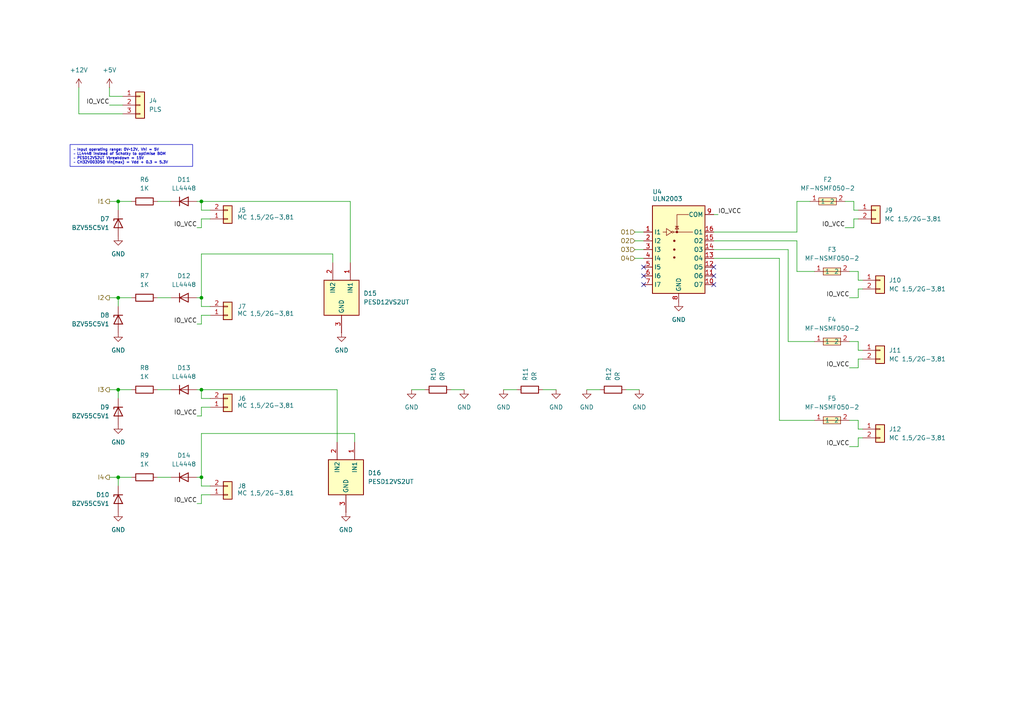
<source format=kicad_sch>
(kicad_sch (version 20250114) (generator "eeschema") (generator_version "9.0")
  (paper "A4")
  (title_block (title "LAM-MEW-G3") (date "2025-03-29") (rev "A") (company "B4CKSP4CE") (comment 1 "@heyflo") (comment 2 "CERN-OHL-S"))
  (lib_symbols
    (symbol "Connector_Generic:Conn_01x02" (pin_names (offset 1.016) (hide yes))
      (property "Reference" "J" (at 0 2.54 0))
      (property "Value" "Conn_01x02" (at 0 -5.08 0))
      (symbol "Conn_01x02_1_1"
        (rectangle (start -1.27 1.27) (end 1.27 -3.81) (stroke (width 0.254)) (fill (type background)))
        (rectangle (start -1.27 0.127) (end 0 -0.127) (stroke (width 0.1524)))
        (rectangle (start -1.27 -2.413) (end 0 -2.667) (stroke (width 0.1524)))
        (pin passive line (at -5.08 0 0) (length 3.81) (name "Pin_1") (number "1"))
        (pin passive line (at -5.08 -2.54 0) (length 3.81) (name "Pin_2") (number "2"))
      )
    )
    (symbol "Connector_Generic:Conn_01x03" (pin_names (offset 1.016) (hide yes))
      (property "Reference" "J" (at 0 5.08 0))
      (property "Value" "Conn_01x03" (at 0 -5.08 0))
      (symbol "Conn_01x03_1_1"
        (rectangle (start -1.27 3.81) (end 1.27 -3.81) (stroke (width 0.254)) (fill (type background)))
        (rectangle (start -1.27 2.667) (end 0 2.413) (stroke (width 0.1524)))
        (rectangle (start -1.27 0.127) (end 0 -0.127) (stroke (width 0.1524)))
        (rectangle (start -1.27 -2.413) (end 0 -2.667) (stroke (width 0.1524)))
        (pin passive line (at -5.08 2.54 0) (length 3.81) (name "Pin_1") (number "1"))
        (pin passive line (at -5.08 0 0) (length 3.81) (name "Pin_2") (number "2"))
        (pin passive line (at -5.08 -2.54 0) (length 3.81) (name "Pin_3") (number "3"))
      )
    )
    (symbol "Custom:MF-NSMF050-2"
      (property "Reference" "F" (at 0 5.08 0))
      (property "Value" "MF-NSMF050-2" (at 0 -5.08 0))
      (symbol "MF-NSMF050-2_0_1"
        (rectangle (start -2.54 1.02) (end 2.54 -1.02) (fill (type background)))
        (polyline (pts (xy -2.54 0) (xy 2.54 0)))
        (pin unspecified line (at -5.08 0 0) (length 2.54) (name "1") (number "1"))
        (pin unspecified line (at 5.08 0 180) (length 2.54) (name "2") (number "2"))
      )
    )
    (symbol "Custom:PESD12VS2UT"
      (property "Reference" "D" (at 5.08 8.636 0))
      (property "Value" "PESD12VS2UT" (at 5.08 6.096 0))
      (symbol "PESD12VS2UT_1_1"
        (rectangle (start 5.08 3.81) (end 15.24 -6.35) (stroke (width 0.254)) (fill (type background)))
        (pin passive line (at 0 1.27 0) (length 5.08) (name "IN1") (number "1"))
        (pin passive line (at 0 -3.81 0) (length 5.08) (name "IN2") (number "2"))
        (pin passive line (at 20.32 -1.27 180) (length 5.08) (name "GND") (number "3"))
      )
    )
    (symbol "Device:R" (pin_numbers (hide yes)) (pin_names (offset 0))
      (property "Reference" "R" (at 2.032 0 90))
      (property "Value" "R" (at 0 0 90))
      (symbol "R_0_1"
        (rectangle (start -1.016 -2.54) (end 1.016 2.54) (stroke (width 0.254)))
      )
      (symbol "R_1_1"
        (pin passive line (at 0 3.81 270) (length 1.27) (name "~") (number "1"))
        (pin passive line (at 0 -3.81 90) (length 1.27) (name "~") (number "2"))
      )
    )
    (symbol "Diode:BZV55C5V1" (pin_numbers (hide yes)) (pin_names (hide yes))
      (property "Reference" "D" (at 0 2.54 0))
      (property "Value" "BZV55C5V1" (at 0 -2.54 0))
      (symbol "BZV55C5V1_0_1"
        (polyline (pts (xy -1.27 -1.27) (xy -1.27 1.27) (xy -0.762 1.27)) (stroke (width 0.254)))
        (polyline (pts (xy 1.27 0) (xy -1.27 0)))
        (polyline (pts (xy 1.27 -1.27) (xy 1.27 1.27) (xy -1.27 0) (xy 1.27 -1.27)) (stroke (width 0.254)))
      )
      (symbol "BZV55C5V1_1_1"
        (pin passive line (at -3.81 0 0) (length 2.54) (name "K") (number "1"))
        (pin passive line (at 3.81 0 180) (length 2.54) (name "A") (number "2"))
      )
    )
    (symbol "Diode:LL4448" (pin_numbers (hide yes)) (pin_names (hide yes))
      (property "Reference" "D" (at 0 2.54 0))
      (property "Value" "LL4448" (at 0 -2.54 0))
      (symbol "LL4448_0_1"
        (polyline (pts (xy -1.27 1.27) (xy -1.27 -1.27)) (stroke (width 0.254)))
        (polyline (pts (xy 1.27 1.27) (xy 1.27 -1.27) (xy -1.27 0) (xy 1.27 1.27)) (stroke (width 0.254)))
        (polyline (pts (xy 1.27 0) (xy -1.27 0)))
      )
      (symbol "LL4448_1_1"
        (pin passive line (at -3.81 0 0) (length 2.54) (name "K") (number "1"))
        (pin passive line (at 3.81 0 180) (length 2.54) (name "A") (number "2"))
      )
    )
    (symbol "Transistor_Array:ULN2003"
      (property "Reference" "U" (at 0 15.875 0))
      (property "Value" "ULN2003" (at 0 13.97 0))
      (symbol "ULN2003_0_1"
        (rectangle (start -7.62 -12.7) (end 7.62 12.7) (stroke (width 0.254)) (fill (type background)))
        (polyline (pts (xy -4.572 5.08) (xy -3.556 5.08)))
        (polyline (pts (xy -3.556 6.096) (xy -3.556 4.064) (xy -2.032 5.08) (xy -3.556 6.096)))
        (circle (center -1.778 5.08) (radius 0.254))
        (polyline (pts (xy -1.524 5.08) (xy 4.064 5.08)))
        (circle (center -1.27 2.54) (radius 0.254) (fill (type outline)))
        (circle (center -1.27 0) (radius 0.254) (fill (type outline)))
        (circle (center -1.27 -2.286) (radius 0.254) (fill (type outline)))
        (circle (center -0.508 5.08) (radius 0.254) (fill (type outline)))
        (polyline (pts (xy -0.508 5.08) (xy -0.508 10.16) (xy 2.921 10.16)))
        (polyline (pts (xy 0 6.731) (xy -1.016 6.731)))
        (polyline (pts (xy 0 5.969) (xy -1.016 5.969) (xy -0.508 6.731) (xy 0 5.969)))
      )
      (symbol "ULN2003_1_1"
        (pin input line (at -10.16 5.08 0) (length 2.54) (name "I1") (number "1"))
        (pin input line (at -10.16 2.54 0) (length 2.54) (name "I2") (number "2"))
        (pin input line (at -10.16 0 0) (length 2.54) (name "I3") (number "3"))
        (pin input line (at -10.16 -2.54 0) (length 2.54) (name "I4") (number "4"))
        (pin input line (at -10.16 -5.08 0) (length 2.54) (name "I5") (number "5"))
        (pin input line (at -10.16 -7.62 0) (length 2.54) (name "I6") (number "6"))
        (pin input line (at -10.16 -10.16 0) (length 2.54) (name "I7") (number "7"))
        (pin power_in line (at 0 -15.24 90) (length 2.54) (name "GND") (number "8"))
        (pin passive line (at 10.16 10.16 180) (length 2.54) (name "COM") (number "9"))
        (pin open_collector line (at 10.16 5.08 180) (length 2.54) (name "O1") (number "16"))
        (pin open_collector line (at 10.16 2.54 180) (length 2.54) (name "O2") (number "15"))
        (pin open_collector line (at 10.16 0 180) (length 2.54) (name "O3") (number "14"))
        (pin open_collector line (at 10.16 -2.54 180) (length 2.54) (name "O4") (number "13"))
        (pin open_collector line (at 10.16 -5.08 180) (length 2.54) (name "O5") (number "12"))
        (pin open_collector line (at 10.16 -7.62 180) (length 2.54) (name "O6") (number "11"))
        (pin open_collector line (at 10.16 -10.16 180) (length 2.54) (name "O7") (number "10"))
      )
    )
    (symbol "power:+12V" (power) (pin_numbers (hide yes)) (pin_names (offset 0) (hide yes))
      (property "Value" "+12V" (at 0 3.556 0))
      (symbol "+12V_0_1"
        (polyline (pts (xy -0.762 1.27) (xy 0 2.54)))
        (polyline (pts (xy 0 2.54) (xy 0.762 1.27)))
        (polyline (pts (xy 0 0) (xy 0 2.54)))
      )
      (symbol "+12V_1_1"
        (pin power_in line (at 0 0 90) (length 0) (name "~") (number "1"))
      )
    )
    (symbol "power:+5V" (power) (pin_numbers (hide yes)) (pin_names (offset 0) (hide yes))
      (property "Value" "+5V" (at 0 3.556 0))
      (symbol "+5V_0_1"
        (polyline (pts (xy -0.762 1.27) (xy 0 2.54)))
        (polyline (pts (xy 0 2.54) (xy 0.762 1.27)))
        (polyline (pts (xy 0 0) (xy 0 2.54)))
      )
      (symbol "+5V_1_1"
        (pin power_in line (at 0 0 90) (length 0) (name "~") (number "1"))
      )
    )
    (symbol "power:GND" (power) (pin_numbers (hide yes)) (pin_names (offset 0) (hide yes))
      (property "Value" "GND" (at 0 -3.81 0))
      (symbol "GND_0_1"
        (polyline (pts (xy 0 0) (xy 0 -1.27) (xy 1.27 -1.27) (xy 0 -2.54) (xy -1.27 -1.27) (xy 0 -1.27)))
      )
      (symbol "GND_1_1"
        (pin power_in line (at 0 0 270) (length 0) (name "~") (number "1"))
      )
    )
  )
  (text_box "– Input operating range: 0V~12V, Vhi = 5V\n– LL4448 instead of Schotky to optimise BOM\n– PESD12VS2UT Vbreakdown = 15V\n– CH32V003DS0 Vin(max) = Vdd + 0.3 = 5.3V" (at 20.32 41.91 0) (size 35.56 6.35) (margins 0.9525 0.9525 0.9525 0.9525) (effects (font (size 0.762 0.762)) (justify left top)))
  (junction (at 58.42 113.03))
  (junction (at 58.42 58.42))
  (junction (at 58.42 138.43))
  (junction (at 34.29 86.36))
  (junction (at 58.42 86.36))
  (junction (at 34.29 58.42))
  (junction (at 34.29 138.43))
  (junction (at 34.29 113.03))
  (no_connect (at 186.69 82.55))
  (no_connect (at 186.69 80.01))
  (no_connect (at 207.01 82.55))
  (no_connect (at 186.69 77.47))
  (no_connect (at 207.01 80.01))
  (no_connect (at 207.01 77.47))
  (wire (pts (xy 248.92 129.54) (xy 246.38 129.54)))
  (wire (pts (xy 34.29 138.43) (xy 31.75 138.43)))
  (wire (pts (xy 60.96 143.51) (xy 58.42 143.51)))
  (wire (pts (xy 248.92 63.5) (xy 247.65 63.5)))
  (wire (pts (xy 38.1 58.42) (xy 34.29 58.42)))
  (wire (pts (xy 58.42 113.03) (xy 97.79 113.03)))
  (wire (pts (xy 58.42 73.66) (xy 96.52 73.66)))
  (wire (pts (xy 250.19 104.14) (xy 248.92 104.14)))
  (wire (pts (xy 34.29 58.42) (xy 31.75 58.42)))
  (wire (pts (xy 161.29 113.03) (xy 157.48 113.03)))
  (wire (pts (xy 228.6 99.06) (xy 236.22 99.06)))
  (wire (pts (xy 248.92 106.68) (xy 246.38 106.68)))
  (wire (pts (xy 207.01 74.93) (xy 226.06 74.93)))
  (wire (pts (xy 231.14 58.42) (xy 231.14 67.31)))
  (wire (pts (xy 58.42 86.36) (xy 58.42 88.9)))
  (wire (pts (xy 146.05 113.03) (xy 149.86 113.03)))
  (wire (pts (xy 247.65 58.42) (xy 245.11 58.42)))
  (wire (pts (xy 58.42 91.44) (xy 58.42 93.98)))
  (wire (pts (xy 247.65 66.04) (xy 245.11 66.04)))
  (wire (pts (xy 248.92 86.36) (xy 246.38 86.36)))
  (wire (pts (xy 248.92 81.28) (xy 250.19 81.28)))
  (wire (pts (xy 248.92 127) (xy 248.92 129.54)))
  (wire (pts (xy 58.42 113.03) (xy 58.42 115.57)))
  (wire (pts (xy 226.06 121.92) (xy 236.22 121.92)))
  (wire (pts (xy 231.14 67.31) (xy 207.01 67.31)))
  (wire (pts (xy 231.14 78.74) (xy 236.22 78.74)))
  (wire (pts (xy 31.75 25.4) (xy 31.75 27.94)))
  (wire (pts (xy 247.65 63.5) (xy 247.65 66.04)))
  (wire (pts (xy 58.42 86.36) (xy 57.15 86.36)))
  (wire (pts (xy 58.42 60.96) (xy 60.96 60.96)))
  (wire (pts (xy 184.15 74.93) (xy 186.69 74.93)))
  (wire (pts (xy 31.75 30.48) (xy 35.56 30.48)))
  (wire (pts (xy 184.15 67.31) (xy 186.69 67.31)))
  (wire (pts (xy 60.96 118.11) (xy 58.42 118.11)))
  (wire (pts (xy 58.42 113.03) (xy 57.15 113.03)))
  (wire (pts (xy 49.53 86.36) (xy 45.72 86.36)))
  (wire (pts (xy 207.01 62.23) (xy 208.28 62.23)))
  (wire (pts (xy 58.42 58.42) (xy 57.15 58.42)))
  (wire (pts (xy 250.19 127) (xy 248.92 127)))
  (wire (pts (xy 228.6 72.39) (xy 228.6 99.06)))
  (wire (pts (xy 58.42 93.98) (xy 57.15 93.98)))
  (wire (pts (xy 248.92 83.82) (xy 248.92 86.36)))
  (wire (pts (xy 248.92 121.92) (xy 246.38 121.92)))
  (wire (pts (xy 58.42 125.73) (xy 102.87 125.73)))
  (wire (pts (xy 34.29 86.36) (xy 34.29 88.9)))
  (wire (pts (xy 38.1 113.03) (xy 34.29 113.03)))
  (wire (pts (xy 58.42 120.65) (xy 57.15 120.65)))
  (wire (pts (xy 58.42 143.51) (xy 58.42 146.05)))
  (wire (pts (xy 58.42 138.43) (xy 58.42 140.97)))
  (wire (pts (xy 97.79 113.03) (xy 97.79 128.27)))
  (wire (pts (xy 58.42 86.36) (xy 58.42 73.66)))
  (wire (pts (xy 207.01 69.85) (xy 231.14 69.85)))
  (wire (pts (xy 22.86 33.02) (xy 22.86 25.4)))
  (wire (pts (xy 34.29 138.43) (xy 34.29 140.97)))
  (wire (pts (xy 207.01 72.39) (xy 228.6 72.39)))
  (wire (pts (xy 248.92 124.46) (xy 250.19 124.46)))
  (wire (pts (xy 248.92 101.6) (xy 250.19 101.6)))
  (wire (pts (xy 101.6 58.42) (xy 101.6 76.2)))
  (wire (pts (xy 60.96 91.44) (xy 58.42 91.44)))
  (wire (pts (xy 58.42 66.04) (xy 57.15 66.04)))
  (wire (pts (xy 58.42 138.43) (xy 58.42 125.73)))
  (wire (pts (xy 247.65 60.96) (xy 248.92 60.96)))
  (wire (pts (xy 34.29 113.03) (xy 34.29 115.57)))
  (wire (pts (xy 134.62 113.03) (xy 130.81 113.03)))
  (wire (pts (xy 34.29 113.03) (xy 31.75 113.03)))
  (wire (pts (xy 58.42 146.05) (xy 57.15 146.05)))
  (wire (pts (xy 58.42 118.11) (xy 58.42 120.65)))
  (wire (pts (xy 58.42 115.57) (xy 60.96 115.57)))
  (wire (pts (xy 58.42 58.42) (xy 58.42 60.96)))
  (wire (pts (xy 248.92 104.14) (xy 248.92 106.68)))
  (wire (pts (xy 58.42 88.9) (xy 60.96 88.9)))
  (wire (pts (xy 96.52 73.66) (xy 96.52 76.2)))
  (wire (pts (xy 248.92 124.46) (xy 248.92 121.92)))
  (wire (pts (xy 248.92 81.28) (xy 248.92 78.74)))
  (wire (pts (xy 248.92 78.74) (xy 246.38 78.74)))
  (wire (pts (xy 102.87 125.73) (xy 102.87 128.27)))
  (wire (pts (xy 58.42 58.42) (xy 101.6 58.42)))
  (wire (pts (xy 119.38 113.03) (xy 123.19 113.03)))
  (wire (pts (xy 34.29 58.42) (xy 34.29 60.96)))
  (wire (pts (xy 49.53 138.43) (xy 45.72 138.43)))
  (wire (pts (xy 248.92 99.06) (xy 246.38 99.06)))
  (wire (pts (xy 58.42 140.97) (xy 60.96 140.97)))
  (wire (pts (xy 248.92 101.6) (xy 248.92 99.06)))
  (wire (pts (xy 38.1 138.43) (xy 34.29 138.43)))
  (wire (pts (xy 60.96 63.5) (xy 58.42 63.5)))
  (wire (pts (xy 34.29 86.36) (xy 31.75 86.36)))
  (wire (pts (xy 49.53 113.03) (xy 45.72 113.03)))
  (wire (pts (xy 250.19 83.82) (xy 248.92 83.82)))
  (wire (pts (xy 185.42 113.03) (xy 181.61 113.03)))
  (wire (pts (xy 58.42 63.5) (xy 58.42 66.04)))
  (wire (pts (xy 49.53 58.42) (xy 45.72 58.42)))
  (wire (pts (xy 231.14 69.85) (xy 231.14 78.74)))
  (wire (pts (xy 31.75 27.94) (xy 35.56 27.94)))
  (wire (pts (xy 170.18 113.03) (xy 173.99 113.03)))
  (wire (pts (xy 231.14 58.42) (xy 234.95 58.42)))
  (wire (pts (xy 184.15 72.39) (xy 186.69 72.39)))
  (wire (pts (xy 184.15 69.85) (xy 186.69 69.85)))
  (wire (pts (xy 58.42 138.43) (xy 57.15 138.43)))
  (wire (pts (xy 35.56 33.02) (xy 22.86 33.02)))
  (wire (pts (xy 226.06 74.93) (xy 226.06 121.92)))
  (wire (pts (xy 38.1 86.36) (xy 34.29 86.36)))
  (wire (pts (xy 247.65 60.96) (xy 247.65 58.42)))
  (label "IO_VCC" (at 208.28 62.23 0))
  (label "IO_VCC" (at 57.15 146.05 180))
  (label "IO_VCC" (at 246.38 86.36 180))
  (label "IO_VCC" (at 57.15 93.98 180))
  (label "IO_VCC" (at 57.15 66.04 180))
  (label "IO_VCC" (at 245.11 66.04 180))
  (label "IO_VCC" (at 246.38 129.54 180))
  (label "IO_VCC" (at 31.75 30.48 180))
  (label "IO_VCC" (at 246.38 106.68 180))
  (label "IO_VCC" (at 57.15 120.65 180))
  (hierarchical_label "I1" (shape output) (at 31.75 58.42 180))
  (hierarchical_label "I4" (shape output) (at 31.75 138.43 180))
  (hierarchical_label "O4" (shape input) (at 184.15 74.93 180))
  (hierarchical_label "O3" (shape input) (at 184.15 72.39 180))
  (hierarchical_label "O1" (shape input) (at 184.15 67.31 180))
  (hierarchical_label "I3" (shape output) (at 31.75 113.03 180))
  (hierarchical_label "I2" (shape output) (at 31.75 86.36 180))
  (hierarchical_label "O2" (shape input) (at 184.15 69.85 180))
  (symbol (lib_id "Custom:MF-NSMF050-2") (at 241.3 99.06 0) (unit 1)
    (property "Reference" "F4" (at 241.3 92.71 0))
    (property "Value" "MF-NSMF050-2" (at 241.3 95.25 0))
    (property "Footprint" "Fuse:Fuse_1206_3216Metric" (effects (hide yes)))
    (property "Datasheet" "https://lcsc.com/product-detail/Surface-Mount-Fuses_BOURNS_MF-NSMF050-2_0-5A-13-2V-Self-healing-fuse_C75464.html" (effects (hide yes)))
    (property "Description" "13.2V 500mA 100A 1A 1206 Resettable Fuses ROHS" (effects (hide yes)))
    (property "LCSC Part" "C75464" (effects (hide yes)))
  )
  (symbol (lib_id "Connector_Generic:Conn_01x02") (at 66.04 63.5 0) (mirror x) (unit 1)
    (property "Reference" "J5" (at 71.374 60.96 0) (effects (justify right)))
    (property "Value" "MC 1,5/2G-3,81" (at 85.344 62.992 0) (effects (justify right)))
    (property "Footprint" "Connector_Phoenix_MC:PhoenixContact_MC_1,5_2-G-3.81_1x02_P3.81mm_Horizontal" (effects (hide yes)))
    (property "Description" "Generic connector, single row, 01x02, script generated (kicad-library-utils/schlib/autogen/connector/)" (effects (hide yes)))
  )
  (symbol (lib_id "Transistor_Array:ULN2003") (at 196.85 72.39 0) (unit 1)
    (property "Reference" "U4" (at 189.23 55.626 0) (effects (justify left)))
    (property "Value" "ULN2003" (at 189.2299 57.658 0) (effects (justify left)))
    (property "Footprint" "Package_SO:SOIC-16_3.9x9.9mm_P1.27mm" (effects (hide yes)))
    (property "Datasheet" "http://www.ti.com/lit/ds/symlink/uln2003a.pdf" (effects (hide yes)))
    (property "Description" "High Voltage, High Current Darlington Transistor Arrays, SOIC16/SOIC16W/DIP16/TSSOP16" (effects (hide yes)))
  )
  (symbol (lib_id "Custom:PESD12VS2UT") (at 100.33 76.2 270) (unit 1)
    (property "Reference" "D15" (at 105.41 85.0899 90) (effects (justify left)))
    (property "Value" "PESD12VS2UT" (at 105.41 87.6299 90) (effects (justify left)))
    (property "Footprint" "Package_TO_SOT_SMD:SOT-23" (effects (hide yes)))
    (property "Datasheet" "https://assets.nexperia.com/documents/data-sheet/PESDXS2UT_SERIES.pdf" (effects (hide yes)))
    (property "Description" "Dual Uni-Directional TVS, 12V Operational, 15V Breakdown, 180W" (effects (hide yes)))
    (property "Height" "1.1" (effects (hide yes)))
    (property "Mouser Part Number" "771-PESD15VS2UT-T/R" (effects (hide yes)))
    (property "Mouser Price/Stock" "https://www.mouser.co.uk/ProductDetail/Nexperia/PESD15VS2UT215?qs=LOCUfHb8d9u9Mp9X1kxKXg%3D%3D" (effects (hide yes)))
    (property "Manufacturer_Name" "Nexperia" (effects (hide yes)))
    (property "Manufacturer_Part_Number" "PESD15VS2UT,215" (effects (hide yes)))
  )
  (symbol (lib_id "Custom:MF-NSMF050-2") (at 241.3 78.74 0) (unit 1)
    (property "Reference" "F3" (at 241.3 72.39 0))
    (property "Value" "MF-NSMF050-2" (at 241.3 74.93 0))
    (property "Footprint" "Fuse:Fuse_1206_3216Metric" (effects (hide yes)))
    (property "Datasheet" "https://lcsc.com/product-detail/Surface-Mount-Fuses_BOURNS_MF-NSMF050-2_0-5A-13-2V-Self-healing-fuse_C75464.html" (effects (hide yes)))
    (property "Description" "13.2V 500mA 100A 1A 1206 Resettable Fuses ROHS" (effects (hide yes)))
    (property "LCSC Part" "C75464" (effects (hide yes)))
  )
  (symbol (lib_id "Device:R") (at 153.67 113.03 90) (unit 1)
    (property "Reference" "R11" (at 152.3999 110.49 0) (effects (justify left)))
    (property "Value" "0R" (at 154.9399 110.49 0) (effects (justify left)))
    (property "Footprint" "Resistor_SMD:R_1206_3216Metric" (effects (hide yes)))
    (property "Description" "Resistor" (effects (hide yes)))
  )
  (symbol (lib_id "power:GND") (at 34.29 68.58 0) (mirror y) (unit 1)
    (property "Reference" "#PWR019" (effects (hide yes)))
    (property "Value" "GND" (at 34.29 73.66 0))
    (property "Description" "Power symbol creates a global label with name \"GND\" , ground" (effects (hide yes)))
  )
  (symbol (lib_id "Connector_Generic:Conn_01x02") (at 255.27 101.6 0) (unit 1)
    (property "Reference" "J11" (at 257.81 101.5999 0) (effects (justify left)))
    (property "Value" "MC 1,5/2G-3,81" (at 257.81 104.1399 0) (effects (justify left)))
    (property "Footprint" "Connector_Phoenix_MC:PhoenixContact_MC_1,5_2-G-3.81_1x02_P3.81mm_Horizontal" (effects (hide yes)))
    (property "Description" "Generic connector, single row, 01x02, script generated (kicad-library-utils/schlib/autogen/connector/)" (effects (hide yes)))
  )
  (symbol (lib_id "Connector_Generic:Conn_01x02") (at 66.04 91.44 0) (mirror x) (unit 1)
    (property "Reference" "J7" (at 71.374 88.9 0) (effects (justify right)))
    (property "Value" "MC 1,5/2G-3,81" (at 85.344 90.932 0) (effects (justify right)))
    (property "Footprint" "Connector_Phoenix_MC:PhoenixContact_MC_1,5_2-G-3.81_1x02_P3.81mm_Horizontal" (effects (hide yes)))
    (property "Description" "Generic connector, single row, 01x02, script generated (kicad-library-utils/schlib/autogen/connector/)" (effects (hide yes)))
  )
  (symbol (lib_id "Connector_Generic:Conn_01x02") (at 66.04 143.51 0) (mirror x) (unit 1)
    (property "Reference" "J8" (at 71.374 140.97 0) (effects (justify right)))
    (property "Value" "MC 1,5/2G-3,81" (at 85.344 143.002 0) (effects (justify right)))
    (property "Footprint" "Connector_Phoenix_MC:PhoenixContact_MC_1,5_2-G-3.81_1x02_P3.81mm_Horizontal" (effects (hide yes)))
    (property "Description" "Generic connector, single row, 01x02, script generated (kicad-library-utils/schlib/autogen/connector/)" (effects (hide yes)))
  )
  (symbol (lib_id "Diode:BZV55C5V1") (at 34.29 64.77 90) (mirror x) (unit 1)
    (property "Reference" "D7" (at 31.75 63.4999 90) (effects (justify left)))
    (property "Value" "BZV55C5V1" (at 31.75 66.0399 90) (effects (justify left)))
    (property "Footprint" "Diode_SMD:D_MiniMELF" (effects (hide yes)))
    (property "Datasheet" "https://assets.nexperia.com/documents/data-sheet/BZV55_SER.pdf" (effects (hide yes)))
    (property "Description" "5.1V, 500mW, 5%, Zener diode, MiniMELF" (effects (hide yes)))
  )
  (symbol (lib_id "Custom:MF-NSMF050-2") (at 240.03 58.42 0) (unit 1)
    (property "Reference" "F2" (at 240.03 52.07 0))
    (property "Value" "MF-NSMF050-2" (at 240.03 54.61 0))
    (property "Footprint" "Fuse:Fuse_1206_3216Metric" (effects (hide yes)))
    (property "Datasheet" "https://lcsc.com/product-detail/Surface-Mount-Fuses_BOURNS_MF-NSMF050-2_0-5A-13-2V-Self-healing-fuse_C75464.html" (effects (hide yes)))
    (property "Description" "13.2V 500mA 100A 1A 1206 Resettable Fuses ROHS" (effects (hide yes)))
    (property "LCSC Part" "C75464" (effects (hide yes)))
  )
  (symbol (lib_id "Diode:BZV55C5V1") (at 34.29 144.78 90) (mirror x) (unit 1)
    (property "Reference" "D10" (at 31.75 143.5099 90) (effects (justify left)))
    (property "Value" "BZV55C5V1" (at 31.75 146.0499 90) (effects (justify left)))
    (property "Footprint" "Diode_SMD:D_MiniMELF" (effects (hide yes)))
    (property "Datasheet" "https://assets.nexperia.com/documents/data-sheet/BZV55_SER.pdf" (effects (hide yes)))
    (property "Description" "5.1V, 500mW, 5%, Zener diode, MiniMELF" (effects (hide yes)))
  )
  (symbol (lib_id "power:+12V") (at 22.86 25.4 0) (unit 1)
    (property "Reference" "#PWR017" (effects (hide yes)))
    (property "Value" "+12V" (at 22.86 20.32 0))
    (property "Description" "Power symbol creates a global label with name \"+12V\"" (effects (hide yes)))
  )
  (symbol (lib_id "Connector_Generic:Conn_01x03") (at 40.64 30.48 0) (unit 1)
    (property "Reference" "J4" (at 43.18 29.2099 0) (effects (justify left)))
    (property "Value" "PLS" (at 43.18 31.7499 0) (effects (justify left)))
    (property "Footprint" "Connector_PinHeader_2.54mm:PinHeader_1x03_P2.54mm_Vertical" (effects (hide yes)))
    (property "Description" "Generic connector, single row, 01x03, script generated (kicad-library-utils/schlib/autogen/connector/)" (effects (hide yes)))
  )
  (symbol (lib_id "Diode:BZV55C5V1") (at 34.29 119.38 90) (mirror x) (unit 1)
    (property "Reference" "D9" (at 31.75 118.1099 90) (effects (justify left)))
    (property "Value" "BZV55C5V1" (at 31.75 120.6499 90) (effects (justify left)))
    (property "Footprint" "Diode_SMD:D_MiniMELF" (effects (hide yes)))
    (property "Datasheet" "https://assets.nexperia.com/documents/data-sheet/BZV55_SER.pdf" (effects (hide yes)))
    (property "Description" "5.1V, 500mW, 5%, Zener diode, MiniMELF" (effects (hide yes)))
  )
  (symbol (lib_id "power:GND") (at 99.06 96.52 0) (mirror y) (unit 1)
    (property "Reference" "#PWR028" (effects (hide yes)))
    (property "Value" "GND" (at 99.06 101.6 0))
    (property "Description" "Power symbol creates a global label with name \"GND\" , ground" (effects (hide yes)))
  )
  (symbol (lib_id "power:GND") (at 146.05 113.03 0) (mirror y) (unit 1)
    (property "Reference" "#PWR030" (effects (hide yes)))
    (property "Value" "GND" (at 146.05 118.11 0))
    (property "Description" "Power symbol creates a global label with name \"GND\" , ground" (effects (hide yes)))
  )
  (symbol (lib_id "power:GND") (at 34.29 148.59 0) (mirror y) (unit 1)
    (property "Reference" "#PWR022" (effects (hide yes)))
    (property "Value" "GND" (at 34.29 153.67 0))
    (property "Description" "Power symbol creates a global label with name \"GND\" , ground" (effects (hide yes)))
  )
  (symbol (lib_id "Diode:LL4448") (at 53.34 58.42 0) (unit 1)
    (property "Reference" "D11" (at 53.34 52.07 0))
    (property "Value" "LL4448" (at 53.34 54.61 0))
    (property "Footprint" "Diode_SMD:D_MiniMELF" (effects (hide yes)))
    (property "Datasheet" "http://www.vishay.com/docs/85557/ll4148.pdf" (effects (hide yes)))
    (property "Description" "100V 0.15A standard switching diode, MiniMELF" (effects (hide yes)))
    (property "Sim.Device" "D" (effects (hide yes)))
    (property "Sim.Pins" "1=K 2=A" (effects (hide yes)))
  )
  (symbol (lib_id "Device:R") (at 177.8 113.03 90) (unit 1)
    (property "Reference" "R12" (at 176.5299 110.49 0) (effects (justify left)))
    (property "Value" "0R" (at 179.0699 110.49 0) (effects (justify left)))
    (property "Footprint" "Resistor_SMD:R_1206_3216Metric" (effects (hide yes)))
    (property "Description" "Resistor" (effects (hide yes)))
  )
  (symbol (lib_id "Device:R") (at 41.91 58.42 90) (mirror x) (unit 1)
    (property "Reference" "R6" (at 41.91 52.07 90))
    (property "Value" "1K" (at 41.91 54.61 90))
    (property "Footprint" "Resistor_SMD:R_0805_2012Metric" (effects (hide yes)))
    (property "Description" "Resistor" (effects (hide yes)))
  )
  (symbol (lib_id "Connector_Generic:Conn_01x02") (at 255.27 81.28 0) (unit 1)
    (property "Reference" "J10" (at 257.81 81.2799 0) (effects (justify left)))
    (property "Value" "MC 1,5/2G-3,81" (at 257.81 83.8199 0) (effects (justify left)))
    (property "Footprint" "Connector_Phoenix_MC:PhoenixContact_MC_1,5_2-G-3.81_1x02_P3.81mm_Horizontal" (effects (hide yes)))
    (property "Description" "Generic connector, single row, 01x02, script generated (kicad-library-utils/schlib/autogen/connector/)" (effects (hide yes)))
  )
  (symbol (lib_id "power:+5V") (at 31.75 25.4 0) (unit 1)
    (property "Reference" "#PWR018" (effects (hide yes)))
    (property "Value" "+5V" (at 31.75 20.32 0))
    (property "Description" "Power symbol creates a global label with name \"+5V\"" (effects (hide yes)))
  )
  (symbol (lib_id "power:GND") (at 185.42 113.03 0) (mirror y) (unit 1)
    (property "Reference" "#PWR033" (effects (hide yes)))
    (property "Value" "GND" (at 185.42 118.11 0))
    (property "Description" "Power symbol creates a global label with name \"GND\" , ground" (effects (hide yes)))
  )
  (symbol (lib_id "power:GND") (at 196.85 87.63 0) (unit 1)
    (property "Reference" "#PWR023" (effects (hide yes)))
    (property "Value" "GND" (at 196.85 92.71 0))
    (property "Description" "Power symbol creates a global label with name \"GND\" , ground" (effects (hide yes)))
  )
  (symbol (lib_id "Device:R") (at 41.91 86.36 90) (mirror x) (unit 1)
    (property "Reference" "R7" (at 41.91 80.01 90))
    (property "Value" "1K" (at 41.91 82.55 90))
    (property "Footprint" "Resistor_SMD:R_0805_2012Metric" (effects (hide yes)))
    (property "Description" "Resistor" (effects (hide yes)))
  )
  (symbol (lib_id "Connector_Generic:Conn_01x02") (at 66.04 118.11 0) (mirror x) (unit 1)
    (property "Reference" "J6" (at 71.374 115.57 0) (effects (justify right)))
    (property "Value" "MC 1,5/2G-3,81" (at 85.344 117.602 0) (effects (justify right)))
    (property "Footprint" "Connector_Phoenix_MC:PhoenixContact_MC_1,5_2-G-3.81_1x02_P3.81mm_Horizontal" (effects (hide yes)))
    (property "Description" "Generic connector, single row, 01x02, script generated (kicad-library-utils/schlib/autogen/connector/)" (effects (hide yes)))
  )
  (symbol (lib_id "power:GND") (at 170.18 113.03 0) (mirror y) (unit 1)
    (property "Reference" "#PWR032" (effects (hide yes)))
    (property "Value" "GND" (at 170.18 118.11 0))
    (property "Description" "Power symbol creates a global label with name \"GND\" , ground" (effects (hide yes)))
  )
  (symbol (lib_id "power:GND") (at 34.29 123.19 0) (mirror y) (unit 1)
    (property "Reference" "#PWR021" (effects (hide yes)))
    (property "Value" "GND" (at 34.29 128.27 0))
    (property "Description" "Power symbol creates a global label with name \"GND\" , ground" (effects (hide yes)))
  )
  (symbol (lib_id "Device:R") (at 41.91 138.43 90) (mirror x) (unit 1)
    (property "Reference" "R9" (at 41.91 132.08 90))
    (property "Value" "1K" (at 41.91 134.62 90))
    (property "Footprint" "Resistor_SMD:R_0805_2012Metric" (effects (hide yes)))
    (property "Description" "Resistor" (effects (hide yes)))
  )
  (symbol (lib_id "Connector_Generic:Conn_01x02") (at 254 60.96 0) (unit 1)
    (property "Reference" "J9" (at 256.54 60.9599 0) (effects (justify left)))
    (property "Value" "MC 1,5/2G-3,81" (at 256.54 63.4999 0) (effects (justify left)))
    (property "Footprint" "Connector_Phoenix_MC:PhoenixContact_MC_1,5_2-G-3.81_1x02_P3.81mm_Horizontal" (effects (hide yes)))
    (property "Description" "Generic connector, single row, 01x02, script generated (kicad-library-utils/schlib/autogen/connector/)" (effects (hide yes)))
  )
  (symbol (lib_id "Custom:MF-NSMF050-2") (at 241.3 121.92 0) (unit 1)
    (property "Reference" "F5" (at 241.3 115.57 0))
    (property "Value" "MF-NSMF050-2" (at 241.3 118.11 0))
    (property "Footprint" "Fuse:Fuse_1206_3216Metric" (effects (hide yes)))
    (property "Datasheet" "https://lcsc.com/product-detail/Surface-Mount-Fuses_BOURNS_MF-NSMF050-2_0-5A-13-2V-Self-healing-fuse_C75464.html" (effects (hide yes)))
    (property "Description" "13.2V 500mA 100A 1A 1206 Resettable Fuses ROHS" (effects (hide yes)))
    (property "LCSC Part" "C75464" (effects (hide yes)))
  )
  (symbol (lib_id "power:GND") (at 161.29 113.03 0) (mirror y) (unit 1)
    (property "Reference" "#PWR027" (effects (hide yes)))
    (property "Value" "GND" (at 161.29 118.11 0))
    (property "Description" "Power symbol creates a global label with name \"GND\" , ground" (effects (hide yes)))
  )
  (symbol (lib_id "Diode:LL4448") (at 53.34 86.36 0) (unit 1)
    (property "Reference" "D12" (at 53.34 80.01 0))
    (property "Value" "LL4448" (at 53.34 82.55 0))
    (property "Footprint" "Diode_SMD:D_MiniMELF" (effects (hide yes)))
    (property "Datasheet" "http://www.vishay.com/docs/85557/ll4148.pdf" (effects (hide yes)))
    (property "Description" "100V 0.15A standard switching diode, MiniMELF" (effects (hide yes)))
    (property "Sim.Device" "D" (effects (hide yes)))
    (property "Sim.Pins" "1=K 2=A" (effects (hide yes)))
  )
  (symbol (lib_id "power:GND") (at 119.38 113.03 0) (mirror y) (unit 1)
    (property "Reference" "#PWR029" (effects (hide yes)))
    (property "Value" "GND" (at 119.38 118.11 0))
    (property "Description" "Power symbol creates a global label with name \"GND\" , ground" (effects (hide yes)))
  )
  (symbol (lib_id "Connector_Generic:Conn_01x02") (at 255.27 124.46 0) (unit 1)
    (property "Reference" "J12" (at 257.81 124.4599 0) (effects (justify left)))
    (property "Value" "MC 1,5/2G-3,81" (at 257.81 126.9999 0) (effects (justify left)))
    (property "Footprint" "Connector_Phoenix_MC:PhoenixContact_MC_1,5_2-G-3.81_1x02_P3.81mm_Horizontal" (effects (hide yes)))
    (property "Description" "Generic connector, single row, 01x02, script generated (kicad-library-utils/schlib/autogen/connector/)" (effects (hide yes)))
  )
  (symbol (lib_id "Device:R") (at 127 113.03 90) (unit 1)
    (property "Reference" "R10" (at 125.7299 110.49 0) (effects (justify left)))
    (property "Value" "0R" (at 128.2699 110.49 0) (effects (justify left)))
    (property "Footprint" "Resistor_SMD:R_1206_3216Metric" (effects (hide yes)))
    (property "Description" "Resistor" (effects (hide yes)))
  )
  (symbol (lib_id "power:GND") (at 134.62 113.03 0) (mirror y) (unit 1)
    (property "Reference" "#PWR025" (effects (hide yes)))
    (property "Value" "GND" (at 134.62 118.11 0))
    (property "Description" "Power symbol creates a global label with name \"GND\" , ground" (effects (hide yes)))
  )
  (symbol (lib_id "Device:R") (at 41.91 113.03 90) (mirror x) (unit 1)
    (property "Reference" "R8" (at 41.91 106.68 90))
    (property "Value" "1K" (at 41.91 109.22 90))
    (property "Footprint" "Resistor_SMD:R_0805_2012Metric" (effects (hide yes)))
    (property "Description" "Resistor" (effects (hide yes)))
  )
  (symbol (lib_id "power:GND") (at 100.33 148.59 0) (mirror y) (unit 1)
    (property "Reference" "#PWR026" (effects (hide yes)))
    (property "Value" "GND" (at 100.33 153.67 0))
    (property "Description" "Power symbol creates a global label with name \"GND\" , ground" (effects (hide yes)))
  )
  (symbol (lib_id "Diode:LL4448") (at 53.34 138.43 0) (unit 1)
    (property "Reference" "D14" (at 53.34 132.08 0))
    (property "Value" "LL4448" (at 53.34 134.62 0))
    (property "Footprint" "Diode_SMD:D_MiniMELF" (effects (hide yes)))
    (property "Datasheet" "http://www.vishay.com/docs/85557/ll4148.pdf" (effects (hide yes)))
    (property "Description" "100V 0.15A standard switching diode, MiniMELF" (effects (hide yes)))
    (property "Sim.Device" "D" (effects (hide yes)))
    (property "Sim.Pins" "1=K 2=A" (effects (hide yes)))
  )
  (symbol (lib_id "power:GND") (at 34.29 96.52 0) (mirror y) (unit 1)
    (property "Reference" "#PWR020" (effects (hide yes)))
    (property "Value" "GND" (at 34.29 101.6 0))
    (property "Description" "Power symbol creates a global label with name \"GND\" , ground" (effects (hide yes)))
  )
  (symbol (lib_id "Diode:BZV55C5V1") (at 34.29 92.71 90) (mirror x) (unit 1)
    (property "Reference" "D8" (at 31.75 91.4399 90) (effects (justify left)))
    (property "Value" "BZV55C5V1" (at 31.75 93.9799 90) (effects (justify left)))
    (property "Footprint" "Diode_SMD:D_MiniMELF" (effects (hide yes)))
    (property "Datasheet" "https://assets.nexperia.com/documents/data-sheet/BZV55_SER.pdf" (effects (hide yes)))
    (property "Description" "5.1V, 500mW, 5%, Zener diode, MiniMELF" (effects (hide yes)))
  )
  (symbol (lib_id "Custom:PESD12VS2UT") (at 101.6 128.27 270) (unit 1)
    (property "Reference" "D16" (at 106.68 137.1599 90) (effects (justify left)))
    (property "Value" "PESD12VS2UT" (at 106.68 139.6999 90) (effects (justify left)))
    (property "Footprint" "Package_TO_SOT_SMD:SOT-23" (effects (hide yes)))
    (property "Datasheet" "https://assets.nexperia.com/documents/data-sheet/PESDXS2UT_SERIES.pdf" (effects (hide yes)))
    (property "Description" "Dual Uni-Directional TVS, 12V Operational, 15V Breakdown, 180W" (effects (hide yes)))
    (property "Height" "1.1" (effects (hide yes)))
    (property "Mouser Part Number" "771-PESD15VS2UT-T/R" (effects (hide yes)))
    (property "Mouser Price/Stock" "https://www.mouser.co.uk/ProductDetail/Nexperia/PESD15VS2UT215?qs=LOCUfHb8d9u9Mp9X1kxKXg%3D%3D" (effects (hide yes)))
    (property "Manufacturer_Name" "Nexperia" (effects (hide yes)))
    (property "Manufacturer_Part_Number" "PESD15VS2UT,215" (effects (hide yes)))
  )
  (symbol (lib_id "Diode:LL4448") (at 53.34 113.03 0) (unit 1)
    (property "Reference" "D13" (at 53.34 106.68 0))
    (property "Value" "LL4448" (at 53.34 109.22 0))
    (property "Footprint" "Diode_SMD:D_MiniMELF" (effects (hide yes)))
    (property "Datasheet" "http://www.vishay.com/docs/85557/ll4148.pdf" (effects (hide yes)))
    (property "Description" "100V 0.15A standard switching diode, MiniMELF" (effects (hide yes)))
    (property "Sim.Device" "D" (effects (hide yes)))
    (property "Sim.Pins" "1=K 2=A" (effects (hide yes)))
  )
)
</source>
